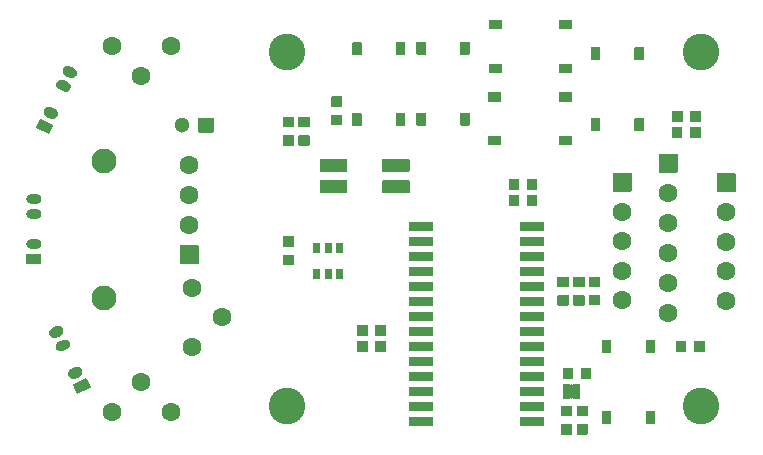
<source format=gbr>
%TF.GenerationSoftware,KiCad,Pcbnew,(5.1.8-0-10_14)*%
%TF.CreationDate,2022-01-05T18:09:54+08:00*%
%TF.ProjectId,MicroMouse,4d696372-6f4d-46f7-9573-652e6b696361,rev?*%
%TF.SameCoordinates,Original*%
%TF.FileFunction,Soldermask,Bot*%
%TF.FilePolarity,Negative*%
%FSLAX46Y46*%
G04 Gerber Fmt 4.6, Leading zero omitted, Abs format (unit mm)*
G04 Created by KiCad (PCBNEW (5.1.8-0-10_14)) date 2022-01-05 18:09:54*
%MOMM*%
%LPD*%
G01*
G04 APERTURE LIST*
%ADD10C,1.600000*%
%ADD11C,1.300000*%
%ADD12O,1.300000X0.900000*%
%ADD13C,2.102000*%
%ADD14C,3.102000*%
%ADD15C,0.100000*%
G04 APERTURE END LIST*
D10*
X82189460Y-84541500D03*
X82189460Y-87081500D03*
X82189460Y-89621500D03*
G36*
G01*
X82939460Y-92961500D02*
X81439460Y-92961500D01*
G75*
G02*
X81389460Y-92911500I0J50000D01*
G01*
X81389460Y-91411500D01*
G75*
G02*
X81439460Y-91361500I50000J0D01*
G01*
X82939460Y-91361500D01*
G75*
G02*
X82989460Y-91411500I0J-50000D01*
G01*
X82989460Y-92911500D01*
G75*
G02*
X82939460Y-92961500I-50000J0D01*
G01*
G37*
D11*
X81604240Y-81196320D03*
G36*
G01*
X82954240Y-81796320D02*
X82954240Y-80596320D01*
G75*
G02*
X83004240Y-80546320I50000J0D01*
G01*
X84204240Y-80546320D01*
G75*
G02*
X84254240Y-80596320I0J-50000D01*
G01*
X84254240Y-81796320D01*
G75*
G02*
X84204240Y-81846320I-50000J0D01*
G01*
X83004240Y-81846320D01*
G75*
G02*
X82954240Y-81796320I0J50000D01*
G01*
G37*
G36*
G01*
X72908165Y-102474326D02*
X72545641Y-102643374D01*
G75*
G02*
X71947624Y-102425713I-190178J407839D01*
G01*
X71947624Y-102425713D01*
G75*
G02*
X72165285Y-101827696I407839J190178D01*
G01*
X72527809Y-101658648D01*
G75*
G02*
X73125826Y-101876309I190178J-407839D01*
G01*
X73125826Y-101876309D01*
G75*
G02*
X72908165Y-102474326I-407839J-190178D01*
G01*
G37*
G36*
G01*
X71834715Y-100172304D02*
X71472191Y-100341352D01*
G75*
G02*
X70874174Y-100123691I-190178J407839D01*
G01*
X70874174Y-100123691D01*
G75*
G02*
X71091835Y-99525674I407839J190178D01*
G01*
X71454359Y-99356626D01*
G75*
G02*
X72052376Y-99574287I190178J-407839D01*
G01*
X72052376Y-99574287D01*
G75*
G02*
X71834715Y-100172304I-407839J-190178D01*
G01*
G37*
G36*
G01*
X71297990Y-99021293D02*
X70935466Y-99190341D01*
G75*
G02*
X70337449Y-98972680I-190178J407839D01*
G01*
X70337449Y-98972680D01*
G75*
G02*
X70555110Y-98374663I407839J190178D01*
G01*
X70917634Y-98205615D01*
G75*
G02*
X71515651Y-98423276I190178J-407839D01*
G01*
X71515651Y-98423276D01*
G75*
G02*
X71297990Y-99021293I-407839J-190178D01*
G01*
G37*
G36*
G01*
X73807413Y-103456289D02*
X72719844Y-103963431D01*
G75*
G02*
X72653398Y-103939247I-21131J45315D01*
G01*
X72315303Y-103214201D01*
G75*
G02*
X72339487Y-103147755I45315J21131D01*
G01*
X73427056Y-102640613D01*
G75*
G02*
X73493502Y-102664797I21131J-45315D01*
G01*
X73831597Y-103389843D01*
G75*
G02*
X73807413Y-103456289I-45315J-21131D01*
G01*
G37*
D12*
X69000000Y-91270000D03*
X69000000Y-88730000D03*
X69000000Y-87460000D03*
G36*
G01*
X69600000Y-92990000D02*
X68400000Y-92990000D01*
G75*
G02*
X68350000Y-92940000I0J50000D01*
G01*
X68350000Y-92140000D01*
G75*
G02*
X68400000Y-92090000I50000J0D01*
G01*
X69600000Y-92090000D01*
G75*
G02*
X69650000Y-92140000I0J-50000D01*
G01*
X69650000Y-92940000D01*
G75*
G02*
X69600000Y-92990000I-50000J0D01*
G01*
G37*
G36*
G01*
X70454359Y-80643374D02*
X70091835Y-80474326D01*
G75*
G02*
X69874174Y-79876309I190178J407839D01*
G01*
X69874174Y-79876309D01*
G75*
G02*
X70472191Y-79658648I407839J-190178D01*
G01*
X70834715Y-79827696D01*
G75*
G02*
X71052376Y-80425713I-190178J-407839D01*
G01*
X71052376Y-80425713D01*
G75*
G02*
X70454359Y-80643374I-407839J190178D01*
G01*
G37*
G36*
G01*
X71527809Y-78341352D02*
X71165285Y-78172304D01*
G75*
G02*
X70947624Y-77574287I190178J407839D01*
G01*
X70947624Y-77574287D01*
G75*
G02*
X71545641Y-77356626I407839J-190178D01*
G01*
X71908165Y-77525674D01*
G75*
G02*
X72125826Y-78123691I-190178J-407839D01*
G01*
X72125826Y-78123691D01*
G75*
G02*
X71527809Y-78341352I-407839J190178D01*
G01*
G37*
G36*
G01*
X72064534Y-77190341D02*
X71702010Y-77021293D01*
G75*
G02*
X71484349Y-76423276I190178J407839D01*
G01*
X71484349Y-76423276D01*
G75*
G02*
X72082366Y-76205615I407839J-190178D01*
G01*
X72444890Y-76374663D01*
G75*
G02*
X72662551Y-76972680I-190178J-407839D01*
G01*
X72662551Y-76972680D01*
G75*
G02*
X72064534Y-77190341I-407839J190178D01*
G01*
G37*
G36*
G01*
X70280156Y-81963431D02*
X69192587Y-81456289D01*
G75*
G02*
X69168403Y-81389843I21131J45315D01*
G01*
X69506498Y-80664797D01*
G75*
G02*
X69572944Y-80640613I45315J-21131D01*
G01*
X70660513Y-81147755D01*
G75*
G02*
X70684697Y-81214201I-21131J-45315D01*
G01*
X70346602Y-81939247D01*
G75*
G02*
X70280156Y-81963431I-45315J21131D01*
G01*
G37*
G36*
G01*
X97288460Y-99494280D02*
X97288460Y-100358280D01*
G75*
G02*
X97238460Y-100408280I-50000J0D01*
G01*
X96451460Y-100408280D01*
G75*
G02*
X96401460Y-100358280I0J50000D01*
G01*
X96401460Y-99494280D01*
G75*
G02*
X96451460Y-99444280I50000J0D01*
G01*
X97238460Y-99444280D01*
G75*
G02*
X97288460Y-99494280I0J-50000D01*
G01*
G37*
G36*
G01*
X98838460Y-99494280D02*
X98838460Y-100358280D01*
G75*
G02*
X98788460Y-100408280I-50000J0D01*
G01*
X98001460Y-100408280D01*
G75*
G02*
X97951460Y-100358280I0J50000D01*
G01*
X97951460Y-99494280D01*
G75*
G02*
X98001460Y-99444280I50000J0D01*
G01*
X98788460Y-99444280D01*
G75*
G02*
X98838460Y-99494280I0J-50000D01*
G01*
G37*
D10*
X118859440Y-96017240D03*
X118859440Y-93517240D03*
X118859440Y-91017240D03*
X118859440Y-88517240D03*
G36*
G01*
X119609440Y-86817240D02*
X118109440Y-86817240D01*
G75*
G02*
X118059440Y-86767240I0J50000D01*
G01*
X118059440Y-85267240D01*
G75*
G02*
X118109440Y-85217240I50000J0D01*
G01*
X119609440Y-85217240D01*
G75*
G02*
X119659440Y-85267240I0J-50000D01*
G01*
X119659440Y-86767240D01*
G75*
G02*
X119609440Y-86817240I-50000J0D01*
G01*
G37*
X127640220Y-96052800D03*
X127640220Y-93552800D03*
X127640220Y-91052800D03*
X127640220Y-88552800D03*
G36*
G01*
X128390220Y-86852800D02*
X126890220Y-86852800D01*
G75*
G02*
X126840220Y-86802800I0J50000D01*
G01*
X126840220Y-85302800D01*
G75*
G02*
X126890220Y-85252800I50000J0D01*
G01*
X128390220Y-85252800D01*
G75*
G02*
X128440220Y-85302800I0J-50000D01*
G01*
X128440220Y-86802800D01*
G75*
G02*
X128390220Y-86852800I-50000J0D01*
G01*
G37*
G36*
G01*
X114471380Y-103163600D02*
X114471380Y-104303600D01*
G75*
G02*
X114421380Y-104353600I-50000J0D01*
G01*
X113846380Y-104353600D01*
G75*
G02*
X113796380Y-104303600I0J50000D01*
G01*
X113796380Y-103163600D01*
G75*
G02*
X113846380Y-103113600I50000J0D01*
G01*
X114421380Y-103113600D01*
G75*
G02*
X114471380Y-103163600I0J-50000D01*
G01*
G37*
G36*
G01*
X115296380Y-103163600D02*
X115296380Y-104303600D01*
G75*
G02*
X115246380Y-104353600I-50000J0D01*
G01*
X114671380Y-104353600D01*
G75*
G02*
X114621380Y-104303600I0J50000D01*
G01*
X114621380Y-103163600D01*
G75*
G02*
X114671380Y-103113600I50000J0D01*
G01*
X115246380Y-103113600D01*
G75*
G02*
X115296380Y-103163600I0J-50000D01*
G01*
G37*
G36*
G01*
X93286960Y-91194900D02*
X93286960Y-91994900D01*
G75*
G02*
X93236960Y-92044900I-50000J0D01*
G01*
X92736960Y-92044900D01*
G75*
G02*
X92686960Y-91994900I0J50000D01*
G01*
X92686960Y-91194900D01*
G75*
G02*
X92736960Y-91144900I50000J0D01*
G01*
X93236960Y-91144900D01*
G75*
G02*
X93286960Y-91194900I0J-50000D01*
G01*
G37*
G36*
G01*
X95186960Y-91194900D02*
X95186960Y-91994900D01*
G75*
G02*
X95136960Y-92044900I-50000J0D01*
G01*
X94636960Y-92044900D01*
G75*
G02*
X94586960Y-91994900I0J50000D01*
G01*
X94586960Y-91194900D01*
G75*
G02*
X94636960Y-91144900I50000J0D01*
G01*
X95136960Y-91144900D01*
G75*
G02*
X95186960Y-91194900I0J-50000D01*
G01*
G37*
G36*
G01*
X94236960Y-91194900D02*
X94236960Y-91994900D01*
G75*
G02*
X94186960Y-92044900I-50000J0D01*
G01*
X93686960Y-92044900D01*
G75*
G02*
X93636960Y-91994900I0J50000D01*
G01*
X93636960Y-91194900D01*
G75*
G02*
X93686960Y-91144900I50000J0D01*
G01*
X94186960Y-91144900D01*
G75*
G02*
X94236960Y-91194900I0J-50000D01*
G01*
G37*
G36*
G01*
X93286960Y-93394900D02*
X93286960Y-94194900D01*
G75*
G02*
X93236960Y-94244900I-50000J0D01*
G01*
X92736960Y-94244900D01*
G75*
G02*
X92686960Y-94194900I0J50000D01*
G01*
X92686960Y-93394900D01*
G75*
G02*
X92736960Y-93344900I50000J0D01*
G01*
X93236960Y-93344900D01*
G75*
G02*
X93286960Y-93394900I0J-50000D01*
G01*
G37*
G36*
G01*
X95186960Y-93394900D02*
X95186960Y-94194900D01*
G75*
G02*
X95136960Y-94244900I-50000J0D01*
G01*
X94636960Y-94244900D01*
G75*
G02*
X94586960Y-94194900I0J50000D01*
G01*
X94586960Y-93394900D01*
G75*
G02*
X94636960Y-93344900I50000J0D01*
G01*
X95136960Y-93344900D01*
G75*
G02*
X95186960Y-93394900I0J-50000D01*
G01*
G37*
G36*
G01*
X94236960Y-93394900D02*
X94236960Y-94194900D01*
G75*
G02*
X94186960Y-94244900I-50000J0D01*
G01*
X93686960Y-94244900D01*
G75*
G02*
X93636960Y-94194900I0J50000D01*
G01*
X93636960Y-93394900D01*
G75*
G02*
X93686960Y-93344900I50000J0D01*
G01*
X94186960Y-93344900D01*
G75*
G02*
X94236960Y-93394900I0J-50000D01*
G01*
G37*
G36*
G01*
X100799800Y-97036280D02*
X102799800Y-97036280D01*
G75*
G02*
X102849800Y-97086280I0J-50000D01*
G01*
X102849800Y-97686280D01*
G75*
G02*
X102799800Y-97736280I-50000J0D01*
G01*
X100799800Y-97736280D01*
G75*
G02*
X100749800Y-97686280I0J50000D01*
G01*
X100749800Y-97086280D01*
G75*
G02*
X100799800Y-97036280I50000J0D01*
G01*
G37*
G36*
G01*
X100799800Y-95766280D02*
X102799800Y-95766280D01*
G75*
G02*
X102849800Y-95816280I0J-50000D01*
G01*
X102849800Y-96416280D01*
G75*
G02*
X102799800Y-96466280I-50000J0D01*
G01*
X100799800Y-96466280D01*
G75*
G02*
X100749800Y-96416280I0J50000D01*
G01*
X100749800Y-95816280D01*
G75*
G02*
X100799800Y-95766280I50000J0D01*
G01*
G37*
G36*
G01*
X100799800Y-94496280D02*
X102799800Y-94496280D01*
G75*
G02*
X102849800Y-94546280I0J-50000D01*
G01*
X102849800Y-95146280D01*
G75*
G02*
X102799800Y-95196280I-50000J0D01*
G01*
X100799800Y-95196280D01*
G75*
G02*
X100749800Y-95146280I0J50000D01*
G01*
X100749800Y-94546280D01*
G75*
G02*
X100799800Y-94496280I50000J0D01*
G01*
G37*
G36*
G01*
X100799800Y-93226280D02*
X102799800Y-93226280D01*
G75*
G02*
X102849800Y-93276280I0J-50000D01*
G01*
X102849800Y-93876280D01*
G75*
G02*
X102799800Y-93926280I-50000J0D01*
G01*
X100799800Y-93926280D01*
G75*
G02*
X100749800Y-93876280I0J50000D01*
G01*
X100749800Y-93276280D01*
G75*
G02*
X100799800Y-93226280I50000J0D01*
G01*
G37*
G36*
G01*
X100799800Y-91956280D02*
X102799800Y-91956280D01*
G75*
G02*
X102849800Y-92006280I0J-50000D01*
G01*
X102849800Y-92606280D01*
G75*
G02*
X102799800Y-92656280I-50000J0D01*
G01*
X100799800Y-92656280D01*
G75*
G02*
X100749800Y-92606280I0J50000D01*
G01*
X100749800Y-92006280D01*
G75*
G02*
X100799800Y-91956280I50000J0D01*
G01*
G37*
G36*
G01*
X100799800Y-90686280D02*
X102799800Y-90686280D01*
G75*
G02*
X102849800Y-90736280I0J-50000D01*
G01*
X102849800Y-91336280D01*
G75*
G02*
X102799800Y-91386280I-50000J0D01*
G01*
X100799800Y-91386280D01*
G75*
G02*
X100749800Y-91336280I0J50000D01*
G01*
X100749800Y-90736280D01*
G75*
G02*
X100799800Y-90686280I50000J0D01*
G01*
G37*
G36*
G01*
X100799800Y-89416280D02*
X102799800Y-89416280D01*
G75*
G02*
X102849800Y-89466280I0J-50000D01*
G01*
X102849800Y-90066280D01*
G75*
G02*
X102799800Y-90116280I-50000J0D01*
G01*
X100799800Y-90116280D01*
G75*
G02*
X100749800Y-90066280I0J50000D01*
G01*
X100749800Y-89466280D01*
G75*
G02*
X100799800Y-89416280I50000J0D01*
G01*
G37*
G36*
G01*
X100799800Y-98306280D02*
X102799800Y-98306280D01*
G75*
G02*
X102849800Y-98356280I0J-50000D01*
G01*
X102849800Y-98956280D01*
G75*
G02*
X102799800Y-99006280I-50000J0D01*
G01*
X100799800Y-99006280D01*
G75*
G02*
X100749800Y-98956280I0J50000D01*
G01*
X100749800Y-98356280D01*
G75*
G02*
X100799800Y-98306280I50000J0D01*
G01*
G37*
G36*
G01*
X100799800Y-99576280D02*
X102799800Y-99576280D01*
G75*
G02*
X102849800Y-99626280I0J-50000D01*
G01*
X102849800Y-100226280D01*
G75*
G02*
X102799800Y-100276280I-50000J0D01*
G01*
X100799800Y-100276280D01*
G75*
G02*
X100749800Y-100226280I0J50000D01*
G01*
X100749800Y-99626280D01*
G75*
G02*
X100799800Y-99576280I50000J0D01*
G01*
G37*
G36*
G01*
X100799800Y-100846280D02*
X102799800Y-100846280D01*
G75*
G02*
X102849800Y-100896280I0J-50000D01*
G01*
X102849800Y-101496280D01*
G75*
G02*
X102799800Y-101546280I-50000J0D01*
G01*
X100799800Y-101546280D01*
G75*
G02*
X100749800Y-101496280I0J50000D01*
G01*
X100749800Y-100896280D01*
G75*
G02*
X100799800Y-100846280I50000J0D01*
G01*
G37*
G36*
G01*
X100799800Y-102116280D02*
X102799800Y-102116280D01*
G75*
G02*
X102849800Y-102166280I0J-50000D01*
G01*
X102849800Y-102766280D01*
G75*
G02*
X102799800Y-102816280I-50000J0D01*
G01*
X100799800Y-102816280D01*
G75*
G02*
X100749800Y-102766280I0J50000D01*
G01*
X100749800Y-102166280D01*
G75*
G02*
X100799800Y-102116280I50000J0D01*
G01*
G37*
G36*
G01*
X100799800Y-103386280D02*
X102799800Y-103386280D01*
G75*
G02*
X102849800Y-103436280I0J-50000D01*
G01*
X102849800Y-104036280D01*
G75*
G02*
X102799800Y-104086280I-50000J0D01*
G01*
X100799800Y-104086280D01*
G75*
G02*
X100749800Y-104036280I0J50000D01*
G01*
X100749800Y-103436280D01*
G75*
G02*
X100799800Y-103386280I50000J0D01*
G01*
G37*
G36*
G01*
X100799800Y-104656280D02*
X102799800Y-104656280D01*
G75*
G02*
X102849800Y-104706280I0J-50000D01*
G01*
X102849800Y-105306280D01*
G75*
G02*
X102799800Y-105356280I-50000J0D01*
G01*
X100799800Y-105356280D01*
G75*
G02*
X100749800Y-105306280I0J50000D01*
G01*
X100749800Y-104706280D01*
G75*
G02*
X100799800Y-104656280I50000J0D01*
G01*
G37*
G36*
G01*
X100799800Y-105926280D02*
X102799800Y-105926280D01*
G75*
G02*
X102849800Y-105976280I0J-50000D01*
G01*
X102849800Y-106576280D01*
G75*
G02*
X102799800Y-106626280I-50000J0D01*
G01*
X100799800Y-106626280D01*
G75*
G02*
X100749800Y-106576280I0J50000D01*
G01*
X100749800Y-105976280D01*
G75*
G02*
X100799800Y-105926280I50000J0D01*
G01*
G37*
G36*
G01*
X110199800Y-105926280D02*
X112199800Y-105926280D01*
G75*
G02*
X112249800Y-105976280I0J-50000D01*
G01*
X112249800Y-106576280D01*
G75*
G02*
X112199800Y-106626280I-50000J0D01*
G01*
X110199800Y-106626280D01*
G75*
G02*
X110149800Y-106576280I0J50000D01*
G01*
X110149800Y-105976280D01*
G75*
G02*
X110199800Y-105926280I50000J0D01*
G01*
G37*
G36*
G01*
X110199800Y-104656280D02*
X112199800Y-104656280D01*
G75*
G02*
X112249800Y-104706280I0J-50000D01*
G01*
X112249800Y-105306280D01*
G75*
G02*
X112199800Y-105356280I-50000J0D01*
G01*
X110199800Y-105356280D01*
G75*
G02*
X110149800Y-105306280I0J50000D01*
G01*
X110149800Y-104706280D01*
G75*
G02*
X110199800Y-104656280I50000J0D01*
G01*
G37*
G36*
G01*
X110199800Y-103386280D02*
X112199800Y-103386280D01*
G75*
G02*
X112249800Y-103436280I0J-50000D01*
G01*
X112249800Y-104036280D01*
G75*
G02*
X112199800Y-104086280I-50000J0D01*
G01*
X110199800Y-104086280D01*
G75*
G02*
X110149800Y-104036280I0J50000D01*
G01*
X110149800Y-103436280D01*
G75*
G02*
X110199800Y-103386280I50000J0D01*
G01*
G37*
G36*
G01*
X110199800Y-102116280D02*
X112199800Y-102116280D01*
G75*
G02*
X112249800Y-102166280I0J-50000D01*
G01*
X112249800Y-102766280D01*
G75*
G02*
X112199800Y-102816280I-50000J0D01*
G01*
X110199800Y-102816280D01*
G75*
G02*
X110149800Y-102766280I0J50000D01*
G01*
X110149800Y-102166280D01*
G75*
G02*
X110199800Y-102116280I50000J0D01*
G01*
G37*
G36*
G01*
X110199800Y-100846280D02*
X112199800Y-100846280D01*
G75*
G02*
X112249800Y-100896280I0J-50000D01*
G01*
X112249800Y-101496280D01*
G75*
G02*
X112199800Y-101546280I-50000J0D01*
G01*
X110199800Y-101546280D01*
G75*
G02*
X110149800Y-101496280I0J50000D01*
G01*
X110149800Y-100896280D01*
G75*
G02*
X110199800Y-100846280I50000J0D01*
G01*
G37*
G36*
G01*
X110199800Y-99576280D02*
X112199800Y-99576280D01*
G75*
G02*
X112249800Y-99626280I0J-50000D01*
G01*
X112249800Y-100226280D01*
G75*
G02*
X112199800Y-100276280I-50000J0D01*
G01*
X110199800Y-100276280D01*
G75*
G02*
X110149800Y-100226280I0J50000D01*
G01*
X110149800Y-99626280D01*
G75*
G02*
X110199800Y-99576280I50000J0D01*
G01*
G37*
G36*
G01*
X110199800Y-98306280D02*
X112199800Y-98306280D01*
G75*
G02*
X112249800Y-98356280I0J-50000D01*
G01*
X112249800Y-98956280D01*
G75*
G02*
X112199800Y-99006280I-50000J0D01*
G01*
X110199800Y-99006280D01*
G75*
G02*
X110149800Y-98956280I0J50000D01*
G01*
X110149800Y-98356280D01*
G75*
G02*
X110199800Y-98306280I50000J0D01*
G01*
G37*
G36*
G01*
X110199800Y-89416280D02*
X112199800Y-89416280D01*
G75*
G02*
X112249800Y-89466280I0J-50000D01*
G01*
X112249800Y-90066280D01*
G75*
G02*
X112199800Y-90116280I-50000J0D01*
G01*
X110199800Y-90116280D01*
G75*
G02*
X110149800Y-90066280I0J50000D01*
G01*
X110149800Y-89466280D01*
G75*
G02*
X110199800Y-89416280I50000J0D01*
G01*
G37*
G36*
G01*
X110199800Y-90686280D02*
X112199800Y-90686280D01*
G75*
G02*
X112249800Y-90736280I0J-50000D01*
G01*
X112249800Y-91336280D01*
G75*
G02*
X112199800Y-91386280I-50000J0D01*
G01*
X110199800Y-91386280D01*
G75*
G02*
X110149800Y-91336280I0J50000D01*
G01*
X110149800Y-90736280D01*
G75*
G02*
X110199800Y-90686280I50000J0D01*
G01*
G37*
G36*
G01*
X110199800Y-91956280D02*
X112199800Y-91956280D01*
G75*
G02*
X112249800Y-92006280I0J-50000D01*
G01*
X112249800Y-92606280D01*
G75*
G02*
X112199800Y-92656280I-50000J0D01*
G01*
X110199800Y-92656280D01*
G75*
G02*
X110149800Y-92606280I0J50000D01*
G01*
X110149800Y-92006280D01*
G75*
G02*
X110199800Y-91956280I50000J0D01*
G01*
G37*
G36*
G01*
X110199800Y-93226280D02*
X112199800Y-93226280D01*
G75*
G02*
X112249800Y-93276280I0J-50000D01*
G01*
X112249800Y-93876280D01*
G75*
G02*
X112199800Y-93926280I-50000J0D01*
G01*
X110199800Y-93926280D01*
G75*
G02*
X110149800Y-93876280I0J50000D01*
G01*
X110149800Y-93276280D01*
G75*
G02*
X110199800Y-93226280I50000J0D01*
G01*
G37*
G36*
G01*
X110199800Y-94496280D02*
X112199800Y-94496280D01*
G75*
G02*
X112249800Y-94546280I0J-50000D01*
G01*
X112249800Y-95146280D01*
G75*
G02*
X112199800Y-95196280I-50000J0D01*
G01*
X110199800Y-95196280D01*
G75*
G02*
X110149800Y-95146280I0J50000D01*
G01*
X110149800Y-94546280D01*
G75*
G02*
X110199800Y-94496280I50000J0D01*
G01*
G37*
G36*
G01*
X110199800Y-95766280D02*
X112199800Y-95766280D01*
G75*
G02*
X112249800Y-95816280I0J-50000D01*
G01*
X112249800Y-96416280D01*
G75*
G02*
X112199800Y-96466280I-50000J0D01*
G01*
X110199800Y-96466280D01*
G75*
G02*
X110149800Y-96416280I0J50000D01*
G01*
X110149800Y-95816280D01*
G75*
G02*
X110199800Y-95766280I50000J0D01*
G01*
G37*
G36*
G01*
X110199800Y-97036280D02*
X112199800Y-97036280D01*
G75*
G02*
X112249800Y-97086280I0J-50000D01*
G01*
X112249800Y-97686280D01*
G75*
G02*
X112199800Y-97736280I-50000J0D01*
G01*
X110199800Y-97736280D01*
G75*
G02*
X110149800Y-97686280I0J50000D01*
G01*
X110149800Y-97086280D01*
G75*
G02*
X110199800Y-97036280I50000J0D01*
G01*
G37*
G36*
G01*
X99729560Y-80181760D02*
X100429560Y-80181760D01*
G75*
G02*
X100479560Y-80231760I0J-50000D01*
G01*
X100479560Y-81231760D01*
G75*
G02*
X100429560Y-81281760I-50000J0D01*
G01*
X99729560Y-81281760D01*
G75*
G02*
X99679560Y-81231760I0J50000D01*
G01*
X99679560Y-80231760D01*
G75*
G02*
X99729560Y-80181760I50000J0D01*
G01*
G37*
G36*
G01*
X99729560Y-74181760D02*
X100429560Y-74181760D01*
G75*
G02*
X100479560Y-74231760I0J-50000D01*
G01*
X100479560Y-75231760D01*
G75*
G02*
X100429560Y-75281760I-50000J0D01*
G01*
X99729560Y-75281760D01*
G75*
G02*
X99679560Y-75231760I0J50000D01*
G01*
X99679560Y-74231760D01*
G75*
G02*
X99729560Y-74181760I50000J0D01*
G01*
G37*
G36*
G01*
X96029560Y-80181760D02*
X96729560Y-80181760D01*
G75*
G02*
X96779560Y-80231760I0J-50000D01*
G01*
X96779560Y-81231760D01*
G75*
G02*
X96729560Y-81281760I-50000J0D01*
G01*
X96029560Y-81281760D01*
G75*
G02*
X95979560Y-81231760I0J50000D01*
G01*
X95979560Y-80231760D01*
G75*
G02*
X96029560Y-80181760I50000J0D01*
G01*
G37*
G36*
G01*
X96029560Y-74181760D02*
X96729560Y-74181760D01*
G75*
G02*
X96779560Y-74231760I0J-50000D01*
G01*
X96779560Y-75231760D01*
G75*
G02*
X96729560Y-75281760I-50000J0D01*
G01*
X96029560Y-75281760D01*
G75*
G02*
X95979560Y-75231760I0J50000D01*
G01*
X95979560Y-74231760D01*
G75*
G02*
X96029560Y-74181760I50000J0D01*
G01*
G37*
G36*
G01*
X116925100Y-75690700D02*
X116225100Y-75690700D01*
G75*
G02*
X116175100Y-75640700I0J50000D01*
G01*
X116175100Y-74640700D01*
G75*
G02*
X116225100Y-74590700I50000J0D01*
G01*
X116925100Y-74590700D01*
G75*
G02*
X116975100Y-74640700I0J-50000D01*
G01*
X116975100Y-75640700D01*
G75*
G02*
X116925100Y-75690700I-50000J0D01*
G01*
G37*
G36*
G01*
X116925100Y-81690700D02*
X116225100Y-81690700D01*
G75*
G02*
X116175100Y-81640700I0J50000D01*
G01*
X116175100Y-80640700D01*
G75*
G02*
X116225100Y-80590700I50000J0D01*
G01*
X116925100Y-80590700D01*
G75*
G02*
X116975100Y-80640700I0J-50000D01*
G01*
X116975100Y-81640700D01*
G75*
G02*
X116925100Y-81690700I-50000J0D01*
G01*
G37*
G36*
G01*
X120625100Y-75690700D02*
X119925100Y-75690700D01*
G75*
G02*
X119875100Y-75640700I0J50000D01*
G01*
X119875100Y-74640700D01*
G75*
G02*
X119925100Y-74590700I50000J0D01*
G01*
X120625100Y-74590700D01*
G75*
G02*
X120675100Y-74640700I0J-50000D01*
G01*
X120675100Y-75640700D01*
G75*
G02*
X120625100Y-75690700I-50000J0D01*
G01*
G37*
G36*
G01*
X120625100Y-81690700D02*
X119925100Y-81690700D01*
G75*
G02*
X119875100Y-81640700I0J50000D01*
G01*
X119875100Y-80640700D01*
G75*
G02*
X119925100Y-80590700I50000J0D01*
G01*
X120625100Y-80590700D01*
G75*
G02*
X120675100Y-80640700I0J-50000D01*
G01*
X120675100Y-81640700D01*
G75*
G02*
X120625100Y-81690700I-50000J0D01*
G01*
G37*
G36*
G01*
X113481160Y-79157840D02*
X113481160Y-78457840D01*
G75*
G02*
X113531160Y-78407840I50000J0D01*
G01*
X114531160Y-78407840D01*
G75*
G02*
X114581160Y-78457840I0J-50000D01*
G01*
X114581160Y-79157840D01*
G75*
G02*
X114531160Y-79207840I-50000J0D01*
G01*
X113531160Y-79207840D01*
G75*
G02*
X113481160Y-79157840I0J50000D01*
G01*
G37*
G36*
G01*
X107481160Y-79157840D02*
X107481160Y-78457840D01*
G75*
G02*
X107531160Y-78407840I50000J0D01*
G01*
X108531160Y-78407840D01*
G75*
G02*
X108581160Y-78457840I0J-50000D01*
G01*
X108581160Y-79157840D01*
G75*
G02*
X108531160Y-79207840I-50000J0D01*
G01*
X107531160Y-79207840D01*
G75*
G02*
X107481160Y-79157840I0J50000D01*
G01*
G37*
G36*
G01*
X113481160Y-82857840D02*
X113481160Y-82157840D01*
G75*
G02*
X113531160Y-82107840I50000J0D01*
G01*
X114531160Y-82107840D01*
G75*
G02*
X114581160Y-82157840I0J-50000D01*
G01*
X114581160Y-82857840D01*
G75*
G02*
X114531160Y-82907840I-50000J0D01*
G01*
X113531160Y-82907840D01*
G75*
G02*
X113481160Y-82857840I0J50000D01*
G01*
G37*
G36*
G01*
X107481160Y-82857840D02*
X107481160Y-82157840D01*
G75*
G02*
X107531160Y-82107840I50000J0D01*
G01*
X108531160Y-82107840D01*
G75*
G02*
X108581160Y-82157840I0J-50000D01*
G01*
X108581160Y-82857840D01*
G75*
G02*
X108531160Y-82907840I-50000J0D01*
G01*
X107531160Y-82907840D01*
G75*
G02*
X107481160Y-82857840I0J50000D01*
G01*
G37*
G36*
G01*
X105172780Y-80136040D02*
X105872780Y-80136040D01*
G75*
G02*
X105922780Y-80186040I0J-50000D01*
G01*
X105922780Y-81186040D01*
G75*
G02*
X105872780Y-81236040I-50000J0D01*
G01*
X105172780Y-81236040D01*
G75*
G02*
X105122780Y-81186040I0J50000D01*
G01*
X105122780Y-80186040D01*
G75*
G02*
X105172780Y-80136040I50000J0D01*
G01*
G37*
G36*
G01*
X105172780Y-74136040D02*
X105872780Y-74136040D01*
G75*
G02*
X105922780Y-74186040I0J-50000D01*
G01*
X105922780Y-75186040D01*
G75*
G02*
X105872780Y-75236040I-50000J0D01*
G01*
X105172780Y-75236040D01*
G75*
G02*
X105122780Y-75186040I0J50000D01*
G01*
X105122780Y-74186040D01*
G75*
G02*
X105172780Y-74136040I50000J0D01*
G01*
G37*
G36*
G01*
X101472780Y-80136040D02*
X102172780Y-80136040D01*
G75*
G02*
X102222780Y-80186040I0J-50000D01*
G01*
X102222780Y-81186040D01*
G75*
G02*
X102172780Y-81236040I-50000J0D01*
G01*
X101472780Y-81236040D01*
G75*
G02*
X101422780Y-81186040I0J50000D01*
G01*
X101422780Y-80186040D01*
G75*
G02*
X101472780Y-80136040I50000J0D01*
G01*
G37*
G36*
G01*
X101472780Y-74136040D02*
X102172780Y-74136040D01*
G75*
G02*
X102222780Y-74186040I0J-50000D01*
G01*
X102222780Y-75186040D01*
G75*
G02*
X102172780Y-75236040I-50000J0D01*
G01*
X101472780Y-75236040D01*
G75*
G02*
X101422780Y-75186040I0J50000D01*
G01*
X101422780Y-74186040D01*
G75*
G02*
X101472780Y-74136040I50000J0D01*
G01*
G37*
G36*
G01*
X113524340Y-73033900D02*
X113524340Y-72333900D01*
G75*
G02*
X113574340Y-72283900I50000J0D01*
G01*
X114574340Y-72283900D01*
G75*
G02*
X114624340Y-72333900I0J-50000D01*
G01*
X114624340Y-73033900D01*
G75*
G02*
X114574340Y-73083900I-50000J0D01*
G01*
X113574340Y-73083900D01*
G75*
G02*
X113524340Y-73033900I0J50000D01*
G01*
G37*
G36*
G01*
X107524340Y-73033900D02*
X107524340Y-72333900D01*
G75*
G02*
X107574340Y-72283900I50000J0D01*
G01*
X108574340Y-72283900D01*
G75*
G02*
X108624340Y-72333900I0J-50000D01*
G01*
X108624340Y-73033900D01*
G75*
G02*
X108574340Y-73083900I-50000J0D01*
G01*
X107574340Y-73083900D01*
G75*
G02*
X107524340Y-73033900I0J50000D01*
G01*
G37*
G36*
G01*
X113524340Y-76733900D02*
X113524340Y-76033900D01*
G75*
G02*
X113574340Y-75983900I50000J0D01*
G01*
X114574340Y-75983900D01*
G75*
G02*
X114624340Y-76033900I0J-50000D01*
G01*
X114624340Y-76733900D01*
G75*
G02*
X114574340Y-76783900I-50000J0D01*
G01*
X113574340Y-76783900D01*
G75*
G02*
X113524340Y-76733900I0J50000D01*
G01*
G37*
G36*
G01*
X107524340Y-76733900D02*
X107524340Y-76033900D01*
G75*
G02*
X107574340Y-75983900I50000J0D01*
G01*
X108574340Y-75983900D01*
G75*
G02*
X108624340Y-76033900I0J-50000D01*
G01*
X108624340Y-76733900D01*
G75*
G02*
X108574340Y-76783900I-50000J0D01*
G01*
X107574340Y-76783900D01*
G75*
G02*
X107524340Y-76733900I0J50000D01*
G01*
G37*
G36*
G01*
X117864760Y-100503820D02*
X117164760Y-100503820D01*
G75*
G02*
X117114760Y-100453820I0J50000D01*
G01*
X117114760Y-99453820D01*
G75*
G02*
X117164760Y-99403820I50000J0D01*
G01*
X117864760Y-99403820D01*
G75*
G02*
X117914760Y-99453820I0J-50000D01*
G01*
X117914760Y-100453820D01*
G75*
G02*
X117864760Y-100503820I-50000J0D01*
G01*
G37*
G36*
G01*
X117864760Y-106503820D02*
X117164760Y-106503820D01*
G75*
G02*
X117114760Y-106453820I0J50000D01*
G01*
X117114760Y-105453820D01*
G75*
G02*
X117164760Y-105403820I50000J0D01*
G01*
X117864760Y-105403820D01*
G75*
G02*
X117914760Y-105453820I0J-50000D01*
G01*
X117914760Y-106453820D01*
G75*
G02*
X117864760Y-106503820I-50000J0D01*
G01*
G37*
G36*
G01*
X121564760Y-100503820D02*
X120864760Y-100503820D01*
G75*
G02*
X120814760Y-100453820I0J50000D01*
G01*
X120814760Y-99453820D01*
G75*
G02*
X120864760Y-99403820I50000J0D01*
G01*
X121564760Y-99403820D01*
G75*
G02*
X121614760Y-99453820I0J-50000D01*
G01*
X121614760Y-100453820D01*
G75*
G02*
X121564760Y-100503820I-50000J0D01*
G01*
G37*
G36*
G01*
X121564760Y-106503820D02*
X120864760Y-106503820D01*
G75*
G02*
X120814760Y-106453820I0J50000D01*
G01*
X120814760Y-105453820D01*
G75*
G02*
X120864760Y-105403820I50000J0D01*
G01*
X121564760Y-105403820D01*
G75*
G02*
X121614760Y-105453820I0J-50000D01*
G01*
X121614760Y-106453820D01*
G75*
G02*
X121564760Y-106503820I-50000J0D01*
G01*
G37*
X78117840Y-77005960D03*
X75617840Y-74505960D03*
X80617840Y-74505960D03*
X78117840Y-102948240D03*
X80617840Y-105448240D03*
X75617840Y-105448240D03*
X84943460Y-97442160D03*
X82443460Y-99942160D03*
X82443460Y-94942160D03*
G36*
G01*
X114689860Y-101797920D02*
X114689860Y-102661920D01*
G75*
G02*
X114639860Y-102711920I-50000J0D01*
G01*
X113852860Y-102711920D01*
G75*
G02*
X113802860Y-102661920I0J50000D01*
G01*
X113802860Y-101797920D01*
G75*
G02*
X113852860Y-101747920I50000J0D01*
G01*
X114639860Y-101747920D01*
G75*
G02*
X114689860Y-101797920I0J-50000D01*
G01*
G37*
G36*
G01*
X116239860Y-101797920D02*
X116239860Y-102661920D01*
G75*
G02*
X116189860Y-102711920I-50000J0D01*
G01*
X115402860Y-102711920D01*
G75*
G02*
X115352860Y-102661920I0J50000D01*
G01*
X115352860Y-101797920D01*
G75*
G02*
X115402860Y-101747920I50000J0D01*
G01*
X116189860Y-101747920D01*
G75*
G02*
X116239860Y-101797920I0J-50000D01*
G01*
G37*
G36*
G01*
X110118000Y-87132100D02*
X110118000Y-87996100D01*
G75*
G02*
X110068000Y-88046100I-50000J0D01*
G01*
X109281000Y-88046100D01*
G75*
G02*
X109231000Y-87996100I0J50000D01*
G01*
X109231000Y-87132100D01*
G75*
G02*
X109281000Y-87082100I50000J0D01*
G01*
X110068000Y-87082100D01*
G75*
G02*
X110118000Y-87132100I0J-50000D01*
G01*
G37*
G36*
G01*
X111668000Y-87132100D02*
X111668000Y-87996100D01*
G75*
G02*
X111618000Y-88046100I-50000J0D01*
G01*
X110831000Y-88046100D01*
G75*
G02*
X110781000Y-87996100I0J50000D01*
G01*
X110781000Y-87132100D01*
G75*
G02*
X110831000Y-87082100I50000J0D01*
G01*
X111618000Y-87082100D01*
G75*
G02*
X111668000Y-87132100I0J-50000D01*
G01*
G37*
G36*
G01*
X110778460Y-86660060D02*
X110778460Y-85796060D01*
G75*
G02*
X110828460Y-85746060I50000J0D01*
G01*
X111615460Y-85746060D01*
G75*
G02*
X111665460Y-85796060I0J-50000D01*
G01*
X111665460Y-86660060D01*
G75*
G02*
X111615460Y-86710060I-50000J0D01*
G01*
X110828460Y-86710060D01*
G75*
G02*
X110778460Y-86660060I0J50000D01*
G01*
G37*
G36*
G01*
X109228460Y-86660060D02*
X109228460Y-85796060D01*
G75*
G02*
X109278460Y-85746060I50000J0D01*
G01*
X110065460Y-85746060D01*
G75*
G02*
X110115460Y-85796060I0J-50000D01*
G01*
X110115460Y-86660060D01*
G75*
G02*
X110065460Y-86710060I-50000J0D01*
G01*
X109278460Y-86710060D01*
G75*
G02*
X109228460Y-86660060I0J50000D01*
G01*
G37*
G36*
G01*
X92331880Y-81388060D02*
X91467880Y-81388060D01*
G75*
G02*
X91417880Y-81338060I0J50000D01*
G01*
X91417880Y-80551060D01*
G75*
G02*
X91467880Y-80501060I50000J0D01*
G01*
X92331880Y-80501060D01*
G75*
G02*
X92381880Y-80551060I0J-50000D01*
G01*
X92381880Y-81338060D01*
G75*
G02*
X92331880Y-81388060I-50000J0D01*
G01*
G37*
G36*
G01*
X92331880Y-82938060D02*
X91467880Y-82938060D01*
G75*
G02*
X91417880Y-82888060I0J50000D01*
G01*
X91417880Y-82101060D01*
G75*
G02*
X91467880Y-82051060I50000J0D01*
G01*
X92331880Y-82051060D01*
G75*
G02*
X92381880Y-82101060I0J-50000D01*
G01*
X92381880Y-82888060D01*
G75*
G02*
X92331880Y-82938060I-50000J0D01*
G01*
G37*
G36*
G01*
X90144540Y-82053600D02*
X91008540Y-82053600D01*
G75*
G02*
X91058540Y-82103600I0J-50000D01*
G01*
X91058540Y-82890600D01*
G75*
G02*
X91008540Y-82940600I-50000J0D01*
G01*
X90144540Y-82940600D01*
G75*
G02*
X90094540Y-82890600I0J50000D01*
G01*
X90094540Y-82103600D01*
G75*
G02*
X90144540Y-82053600I50000J0D01*
G01*
G37*
G36*
G01*
X90144540Y-80503600D02*
X91008540Y-80503600D01*
G75*
G02*
X91058540Y-80553600I0J-50000D01*
G01*
X91058540Y-81340600D01*
G75*
G02*
X91008540Y-81390600I-50000J0D01*
G01*
X90144540Y-81390600D01*
G75*
G02*
X90094540Y-81340600I0J50000D01*
G01*
X90094540Y-80553600D01*
G75*
G02*
X90144540Y-80503600I50000J0D01*
G01*
G37*
G36*
G01*
X124618920Y-80886640D02*
X124618920Y-80022640D01*
G75*
G02*
X124668920Y-79972640I50000J0D01*
G01*
X125455920Y-79972640D01*
G75*
G02*
X125505920Y-80022640I0J-50000D01*
G01*
X125505920Y-80886640D01*
G75*
G02*
X125455920Y-80936640I-50000J0D01*
G01*
X124668920Y-80936640D01*
G75*
G02*
X124618920Y-80886640I0J50000D01*
G01*
G37*
G36*
G01*
X123068920Y-80886640D02*
X123068920Y-80022640D01*
G75*
G02*
X123118920Y-79972640I50000J0D01*
G01*
X123905920Y-79972640D01*
G75*
G02*
X123955920Y-80022640I0J-50000D01*
G01*
X123955920Y-80886640D01*
G75*
G02*
X123905920Y-80936640I-50000J0D01*
G01*
X123118920Y-80936640D01*
G75*
G02*
X123068920Y-80886640I0J50000D01*
G01*
G37*
G36*
G01*
X124608760Y-82227760D02*
X124608760Y-81363760D01*
G75*
G02*
X124658760Y-81313760I50000J0D01*
G01*
X125445760Y-81313760D01*
G75*
G02*
X125495760Y-81363760I0J-50000D01*
G01*
X125495760Y-82227760D01*
G75*
G02*
X125445760Y-82277760I-50000J0D01*
G01*
X124658760Y-82277760D01*
G75*
G02*
X124608760Y-82227760I0J50000D01*
G01*
G37*
G36*
G01*
X123058760Y-82227760D02*
X123058760Y-81363760D01*
G75*
G02*
X123108760Y-81313760I50000J0D01*
G01*
X123895760Y-81313760D01*
G75*
G02*
X123945760Y-81363760I0J-50000D01*
G01*
X123945760Y-82227760D01*
G75*
G02*
X123895760Y-82277760I-50000J0D01*
G01*
X123108760Y-82277760D01*
G75*
G02*
X123058760Y-82227760I0J50000D01*
G01*
G37*
G36*
G01*
X95483220Y-86954160D02*
X93283220Y-86954160D01*
G75*
G02*
X93233220Y-86904160I0J50000D01*
G01*
X93233220Y-85904160D01*
G75*
G02*
X93283220Y-85854160I50000J0D01*
G01*
X95483220Y-85854160D01*
G75*
G02*
X95533220Y-85904160I0J-50000D01*
G01*
X95533220Y-86904160D01*
G75*
G02*
X95483220Y-86954160I-50000J0D01*
G01*
G37*
G36*
G01*
X100783220Y-86954160D02*
X98583220Y-86954160D01*
G75*
G02*
X98533220Y-86904160I0J50000D01*
G01*
X98533220Y-85904160D01*
G75*
G02*
X98583220Y-85854160I50000J0D01*
G01*
X100783220Y-85854160D01*
G75*
G02*
X100833220Y-85904160I0J-50000D01*
G01*
X100833220Y-86904160D01*
G75*
G02*
X100783220Y-86954160I-50000J0D01*
G01*
G37*
G36*
G01*
X100783220Y-85154160D02*
X98583220Y-85154160D01*
G75*
G02*
X98533220Y-85104160I0J50000D01*
G01*
X98533220Y-84104160D01*
G75*
G02*
X98583220Y-84054160I50000J0D01*
G01*
X100783220Y-84054160D01*
G75*
G02*
X100833220Y-84104160I0J-50000D01*
G01*
X100833220Y-85104160D01*
G75*
G02*
X100783220Y-85154160I-50000J0D01*
G01*
G37*
G36*
G01*
X95483220Y-85154160D02*
X93283220Y-85154160D01*
G75*
G02*
X93233220Y-85104160I0J50000D01*
G01*
X93233220Y-84104160D01*
G75*
G02*
X93283220Y-84054160I50000J0D01*
G01*
X95483220Y-84054160D01*
G75*
G02*
X95533220Y-84104160I0J-50000D01*
G01*
X95533220Y-85104160D01*
G75*
G02*
X95483220Y-85154160I-50000J0D01*
G01*
G37*
G36*
G01*
X122003260Y-83617040D02*
X123503260Y-83617040D01*
G75*
G02*
X123553260Y-83667040I0J-50000D01*
G01*
X123553260Y-85167040D01*
G75*
G02*
X123503260Y-85217040I-50000J0D01*
G01*
X122003260Y-85217040D01*
G75*
G02*
X121953260Y-85167040I0J50000D01*
G01*
X121953260Y-83667040D01*
G75*
G02*
X122003260Y-83617040I50000J0D01*
G01*
G37*
X122753260Y-86957040D03*
X122753260Y-89497040D03*
X122753260Y-92037040D03*
X122753260Y-94577040D03*
X122753260Y-97117040D03*
G36*
G01*
X114274940Y-94926260D02*
X113410940Y-94926260D01*
G75*
G02*
X113360940Y-94876260I0J50000D01*
G01*
X113360940Y-94089260D01*
G75*
G02*
X113410940Y-94039260I50000J0D01*
G01*
X114274940Y-94039260D01*
G75*
G02*
X114324940Y-94089260I0J-50000D01*
G01*
X114324940Y-94876260D01*
G75*
G02*
X114274940Y-94926260I-50000J0D01*
G01*
G37*
G36*
G01*
X114274940Y-96476260D02*
X113410940Y-96476260D01*
G75*
G02*
X113360940Y-96426260I0J50000D01*
G01*
X113360940Y-95639260D01*
G75*
G02*
X113410940Y-95589260I50000J0D01*
G01*
X114274940Y-95589260D01*
G75*
G02*
X114324940Y-95639260I0J-50000D01*
G01*
X114324940Y-96426260D01*
G75*
G02*
X114274940Y-96476260I-50000J0D01*
G01*
G37*
G36*
G01*
X114559280Y-105850660D02*
X113695280Y-105850660D01*
G75*
G02*
X113645280Y-105800660I0J50000D01*
G01*
X113645280Y-105013660D01*
G75*
G02*
X113695280Y-104963660I50000J0D01*
G01*
X114559280Y-104963660D01*
G75*
G02*
X114609280Y-105013660I0J-50000D01*
G01*
X114609280Y-105800660D01*
G75*
G02*
X114559280Y-105850660I-50000J0D01*
G01*
G37*
G36*
G01*
X114559280Y-107400660D02*
X113695280Y-107400660D01*
G75*
G02*
X113645280Y-107350660I0J50000D01*
G01*
X113645280Y-106563660D01*
G75*
G02*
X113695280Y-106513660I50000J0D01*
G01*
X114559280Y-106513660D01*
G75*
G02*
X114609280Y-106563660I0J-50000D01*
G01*
X114609280Y-107350660D01*
G75*
G02*
X114559280Y-107400660I-50000J0D01*
G01*
G37*
G36*
G01*
X115892780Y-105840500D02*
X115028780Y-105840500D01*
G75*
G02*
X114978780Y-105790500I0J50000D01*
G01*
X114978780Y-105003500D01*
G75*
G02*
X115028780Y-104953500I50000J0D01*
G01*
X115892780Y-104953500D01*
G75*
G02*
X115942780Y-105003500I0J-50000D01*
G01*
X115942780Y-105790500D01*
G75*
G02*
X115892780Y-105840500I-50000J0D01*
G01*
G37*
G36*
G01*
X115892780Y-107390500D02*
X115028780Y-107390500D01*
G75*
G02*
X114978780Y-107340500I0J50000D01*
G01*
X114978780Y-106553500D01*
G75*
G02*
X115028780Y-106503500I50000J0D01*
G01*
X115892780Y-106503500D01*
G75*
G02*
X115942780Y-106553500I0J-50000D01*
G01*
X115942780Y-107340500D01*
G75*
G02*
X115892780Y-107390500I-50000J0D01*
G01*
G37*
G36*
G01*
X91032000Y-91488500D02*
X90168000Y-91488500D01*
G75*
G02*
X90118000Y-91438500I0J50000D01*
G01*
X90118000Y-90651500D01*
G75*
G02*
X90168000Y-90601500I50000J0D01*
G01*
X91032000Y-90601500D01*
G75*
G02*
X91082000Y-90651500I0J-50000D01*
G01*
X91082000Y-91438500D01*
G75*
G02*
X91032000Y-91488500I-50000J0D01*
G01*
G37*
G36*
G01*
X91032000Y-93038500D02*
X90168000Y-93038500D01*
G75*
G02*
X90118000Y-92988500I0J50000D01*
G01*
X90118000Y-92201500D01*
G75*
G02*
X90168000Y-92151500I50000J0D01*
G01*
X91032000Y-92151500D01*
G75*
G02*
X91082000Y-92201500I0J-50000D01*
G01*
X91082000Y-92988500D01*
G75*
G02*
X91032000Y-93038500I-50000J0D01*
G01*
G37*
G36*
G01*
X115610980Y-94916400D02*
X114746980Y-94916400D01*
G75*
G02*
X114696980Y-94866400I0J50000D01*
G01*
X114696980Y-94079400D01*
G75*
G02*
X114746980Y-94029400I50000J0D01*
G01*
X115610980Y-94029400D01*
G75*
G02*
X115660980Y-94079400I0J-50000D01*
G01*
X115660980Y-94866400D01*
G75*
G02*
X115610980Y-94916400I-50000J0D01*
G01*
G37*
G36*
G01*
X115610980Y-96466400D02*
X114746980Y-96466400D01*
G75*
G02*
X114696980Y-96416400I0J50000D01*
G01*
X114696980Y-95629400D01*
G75*
G02*
X114746980Y-95579400I50000J0D01*
G01*
X115610980Y-95579400D01*
G75*
G02*
X115660980Y-95629400I0J-50000D01*
G01*
X115660980Y-96416400D01*
G75*
G02*
X115610980Y-96466400I-50000J0D01*
G01*
G37*
G36*
G01*
X97285920Y-98153160D02*
X97285920Y-99017160D01*
G75*
G02*
X97235920Y-99067160I-50000J0D01*
G01*
X96448920Y-99067160D01*
G75*
G02*
X96398920Y-99017160I0J50000D01*
G01*
X96398920Y-98153160D01*
G75*
G02*
X96448920Y-98103160I50000J0D01*
G01*
X97235920Y-98103160D01*
G75*
G02*
X97285920Y-98153160I0J-50000D01*
G01*
G37*
G36*
G01*
X98835920Y-98153160D02*
X98835920Y-99017160D01*
G75*
G02*
X98785920Y-99067160I-50000J0D01*
G01*
X97998920Y-99067160D01*
G75*
G02*
X97948920Y-99017160I0J50000D01*
G01*
X97948920Y-98153160D01*
G75*
G02*
X97998920Y-98103160I50000J0D01*
G01*
X98785920Y-98103160D01*
G75*
G02*
X98835920Y-98153160I0J-50000D01*
G01*
G37*
G36*
G01*
X124931500Y-100362000D02*
X124931500Y-99498000D01*
G75*
G02*
X124981500Y-99448000I50000J0D01*
G01*
X125768500Y-99448000D01*
G75*
G02*
X125818500Y-99498000I0J-50000D01*
G01*
X125818500Y-100362000D01*
G75*
G02*
X125768500Y-100412000I-50000J0D01*
G01*
X124981500Y-100412000D01*
G75*
G02*
X124931500Y-100362000I0J50000D01*
G01*
G37*
G36*
G01*
X123381500Y-100362000D02*
X123381500Y-99498000D01*
G75*
G02*
X123431500Y-99448000I50000J0D01*
G01*
X124218500Y-99448000D01*
G75*
G02*
X124268500Y-99498000I0J-50000D01*
G01*
X124268500Y-100362000D01*
G75*
G02*
X124218500Y-100412000I-50000J0D01*
G01*
X123431500Y-100412000D01*
G75*
G02*
X123381500Y-100362000I0J50000D01*
G01*
G37*
G36*
G01*
X116944480Y-94905940D02*
X116080480Y-94905940D01*
G75*
G02*
X116030480Y-94855940I0J50000D01*
G01*
X116030480Y-94068940D01*
G75*
G02*
X116080480Y-94018940I50000J0D01*
G01*
X116944480Y-94018940D01*
G75*
G02*
X116994480Y-94068940I0J-50000D01*
G01*
X116994480Y-94855940D01*
G75*
G02*
X116944480Y-94905940I-50000J0D01*
G01*
G37*
G36*
G01*
X116944480Y-96455940D02*
X116080480Y-96455940D01*
G75*
G02*
X116030480Y-96405940I0J50000D01*
G01*
X116030480Y-95618940D01*
G75*
G02*
X116080480Y-95568940I50000J0D01*
G01*
X116944480Y-95568940D01*
G75*
G02*
X116994480Y-95618940I0J-50000D01*
G01*
X116994480Y-96405940D01*
G75*
G02*
X116944480Y-96455940I-50000J0D01*
G01*
G37*
G36*
G01*
X95095400Y-79650700D02*
X94231400Y-79650700D01*
G75*
G02*
X94181400Y-79600700I0J50000D01*
G01*
X94181400Y-78813700D01*
G75*
G02*
X94231400Y-78763700I50000J0D01*
G01*
X95095400Y-78763700D01*
G75*
G02*
X95145400Y-78813700I0J-50000D01*
G01*
X95145400Y-79600700D01*
G75*
G02*
X95095400Y-79650700I-50000J0D01*
G01*
G37*
G36*
G01*
X95095400Y-81200700D02*
X94231400Y-81200700D01*
G75*
G02*
X94181400Y-81150700I0J50000D01*
G01*
X94181400Y-80363700D01*
G75*
G02*
X94231400Y-80313700I50000J0D01*
G01*
X95095400Y-80313700D01*
G75*
G02*
X95145400Y-80363700I0J-50000D01*
G01*
X95145400Y-81150700D01*
G75*
G02*
X95095400Y-81200700I-50000J0D01*
G01*
G37*
D13*
X75000000Y-95800000D03*
X75000000Y-84200000D03*
D14*
X125500000Y-105000000D03*
X90500000Y-105000000D03*
X90500000Y-75000000D03*
X125500000Y-75000000D03*
D15*
G36*
X114623112Y-103112600D02*
G01*
X114623380Y-103113600D01*
X114623380Y-104353600D01*
X114622380Y-104355332D01*
X114621380Y-104355600D01*
X114471380Y-104355600D01*
X114469648Y-104354600D01*
X114469380Y-104353600D01*
X114469380Y-103113600D01*
X114470380Y-103111868D01*
X114471380Y-103111600D01*
X114621380Y-103111600D01*
X114623112Y-103112600D01*
G37*
M02*

</source>
